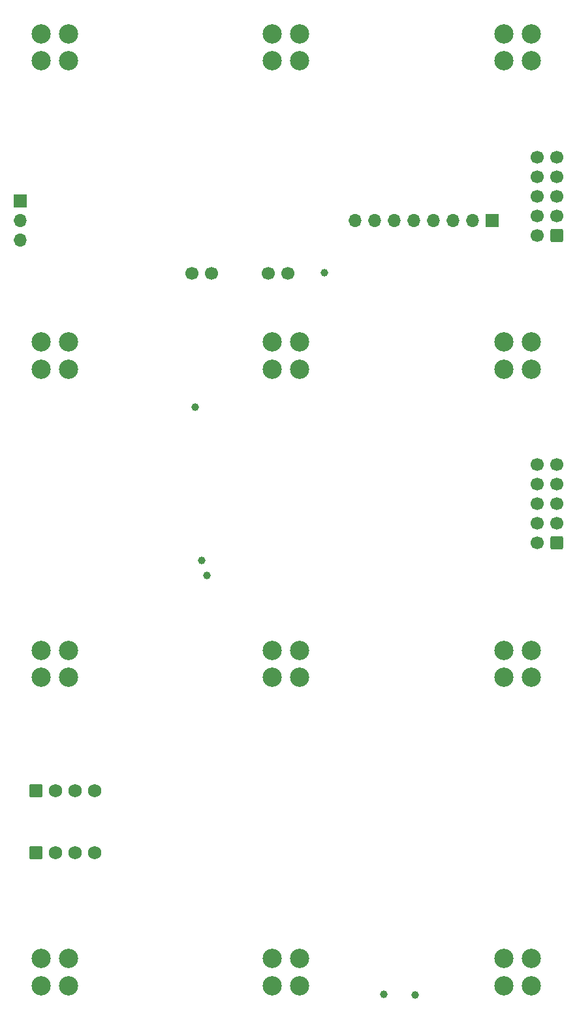
<source format=gbs>
G04 #@! TF.GenerationSoftware,KiCad,Pcbnew,6.0.10-86aedd382b~118~ubuntu20.04.1*
G04 #@! TF.CreationDate,2023-01-07T15:43:11+01:00*
G04 #@! TF.ProjectId,IOB_V3,494f425f-5633-42e6-9b69-6361645f7063,rev?*
G04 #@! TF.SameCoordinates,Original*
G04 #@! TF.FileFunction,Soldermask,Bot*
G04 #@! TF.FilePolarity,Negative*
%FSLAX46Y46*%
G04 Gerber Fmt 4.6, Leading zero omitted, Abs format (unit mm)*
G04 Created by KiCad (PCBNEW 6.0.10-86aedd382b~118~ubuntu20.04.1) date 2023-01-07 15:43:11*
%MOMM*%
%LPD*%
G01*
G04 APERTURE LIST*
G04 Aperture macros list*
%AMRoundRect*
0 Rectangle with rounded corners*
0 $1 Rounding radius*
0 $2 $3 $4 $5 $6 $7 $8 $9 X,Y pos of 4 corners*
0 Add a 4 corners polygon primitive as box body*
4,1,4,$2,$3,$4,$5,$6,$7,$8,$9,$2,$3,0*
0 Add four circle primitives for the rounded corners*
1,1,$1+$1,$2,$3*
1,1,$1+$1,$4,$5*
1,1,$1+$1,$6,$7*
1,1,$1+$1,$8,$9*
0 Add four rect primitives between the rounded corners*
20,1,$1+$1,$2,$3,$4,$5,0*
20,1,$1+$1,$4,$5,$6,$7,0*
20,1,$1+$1,$6,$7,$8,$9,0*
20,1,$1+$1,$8,$9,$2,$3,0*%
G04 Aperture macros list end*
%ADD10C,1.000000*%
%ADD11RoundRect,0.250000X0.600000X0.600000X-0.600000X0.600000X-0.600000X-0.600000X0.600000X-0.600000X0*%
%ADD12C,1.700000*%
%ADD13RoundRect,0.250000X-0.620000X-0.620000X0.620000X-0.620000X0.620000X0.620000X-0.620000X0.620000X0*%
%ADD14C,1.740000*%
%ADD15R,1.700000X1.700000*%
%ADD16O,1.700000X1.700000*%
%ADD17C,2.500000*%
G04 APERTURE END LIST*
D10*
X99725000Y-108550000D03*
X98200000Y-86700000D03*
X99075000Y-106550000D03*
D11*
X145112500Y-64460000D03*
D12*
X142572500Y-64460000D03*
X145112500Y-61920000D03*
X142572500Y-61920000D03*
X145112500Y-59380000D03*
X142572500Y-59380000D03*
X145112500Y-56840000D03*
X142572500Y-56840000D03*
X145112500Y-54300000D03*
X142572500Y-54300000D03*
D10*
X126700000Y-162950000D03*
D13*
X77590000Y-136450000D03*
D14*
X80130000Y-136450000D03*
X82670000Y-136450000D03*
X85210000Y-136450000D03*
D15*
X136725000Y-62450000D03*
D16*
X134185000Y-62450000D03*
X131645000Y-62450000D03*
X129105000Y-62450000D03*
X126565000Y-62450000D03*
X124025000Y-62450000D03*
X121485000Y-62450000D03*
X118945000Y-62450000D03*
D13*
X77590000Y-144550000D03*
D14*
X80130000Y-144550000D03*
X82670000Y-144550000D03*
X85210000Y-144550000D03*
D15*
X75525000Y-59925000D03*
D16*
X75525000Y-62465000D03*
X75525000Y-65005000D03*
D10*
X122675000Y-162900000D03*
X115000000Y-69250000D03*
D12*
X100295000Y-69300000D03*
X97755000Y-69300000D03*
X107680000Y-69300000D03*
X110220000Y-69300000D03*
D11*
X145152500Y-104310000D03*
D12*
X142612500Y-104310000D03*
X145152500Y-101770000D03*
X142612500Y-101770000D03*
X145152500Y-99230000D03*
X142612500Y-99230000D03*
X145152500Y-96690000D03*
X142612500Y-96690000D03*
X145152500Y-94150000D03*
X142612500Y-94150000D03*
D17*
X78232233Y-118232233D03*
X81767767Y-118232233D03*
X81767767Y-121767767D03*
X78232233Y-121767767D03*
X78232233Y-158232233D03*
X81767767Y-158232233D03*
X81767767Y-161767767D03*
X78232233Y-161767767D03*
X138232233Y-158232233D03*
X141767767Y-158232233D03*
X141767767Y-161767767D03*
X138232233Y-161767767D03*
X108232233Y-118232233D03*
X111767767Y-118232233D03*
X111767767Y-121767767D03*
X108232233Y-121767767D03*
X138232233Y-38232233D03*
X141767767Y-38232233D03*
X141767767Y-41767767D03*
X138232233Y-41767767D03*
X108232233Y-158232233D03*
X111767767Y-158232233D03*
X111767767Y-161767767D03*
X108232233Y-161767767D03*
X108232233Y-38232233D03*
X111767767Y-38232233D03*
X111767767Y-41767767D03*
X108232233Y-41767767D03*
X78232233Y-38232233D03*
X81767767Y-38232233D03*
X81767767Y-41767767D03*
X78232233Y-41767767D03*
X78232233Y-78232233D03*
X81767767Y-78232233D03*
X81767767Y-81767767D03*
X78232233Y-81767767D03*
X138232233Y-78232233D03*
X141767767Y-78232233D03*
X141767767Y-81767767D03*
X138232233Y-81767767D03*
X108232233Y-78232233D03*
X111767767Y-78232233D03*
X111767767Y-81767767D03*
X108232233Y-81767767D03*
X138232233Y-118232233D03*
X141767767Y-118232233D03*
X141767767Y-121767767D03*
X138232233Y-121767767D03*
M02*

</source>
